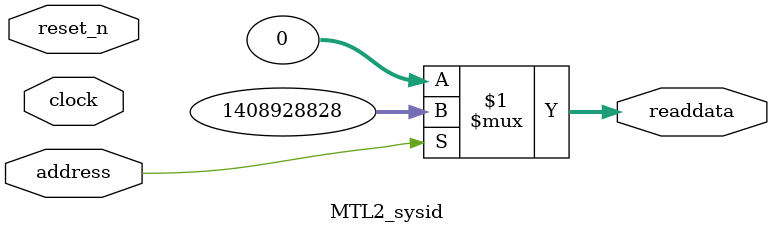
<source format=v>

`timescale 1ns / 1ps
// synthesis translate_on

// turn off superfluous verilog processor warnings 
// altera message_level Level1 
// altera message_off 10034 10035 10036 10037 10230 10240 10030 

module MTL2_sysid (
               // inputs:
                address,
                clock,
                reset_n,

               // outputs:
                readdata
             )
;

  output  [ 31: 0] readdata;
  input            address;
  input            clock;
  input            reset_n;

  wire    [ 31: 0] readdata;
  //control_slave, which is an e_avalon_slave
  assign readdata = address ? 1408928828 : 0;

endmodule




</source>
